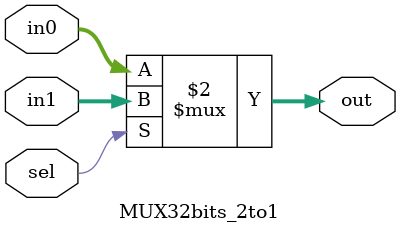
<source format=v>
module MUX32bits_2to1( out, sel, in0, in1 ) ;


input [31:0] in0, in1 ;
input sel ;
output [31:0] out ;

assign out = ( sel == 0 ) ? in0 : in1 ;


endmodule

</source>
